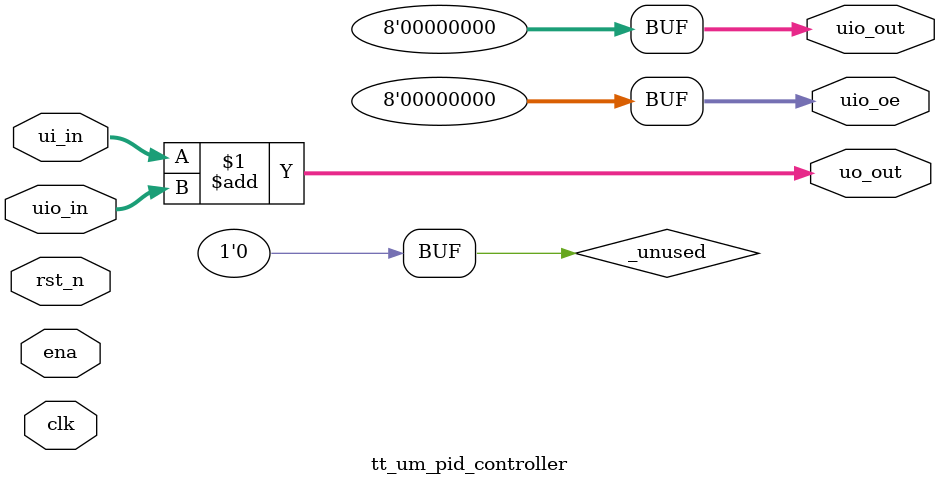
<source format=v>
/*
 * Copyright (c) 2024 Your Name
 * SPDX-License-Identifier: Apache-2.0
 */

`default_nettype none

module tt_um_pid_controller (
    input  wire [7:0] ui_in,    // Dedicated inputs
    output wire [7:0] uo_out,   // Dedicated outputs
    input  wire [7:0] uio_in,   // IOs: Input path
    output wire [7:0] uio_out,  // IOs: Output path
    output wire [7:0] uio_oe,   // IOs: Enable path (active high: 0=input, 1=output)
    input  wire       ena,      // always 1 when the design is powered, so you can ignore it
    input  wire       clk,      // clock
    input  wire       rst_n     // reset_n - low to reset
);

  // All output pins must be assigned. If not used, assign to 0.
  assign uo_out  = ui_in + uio_in;  // Example: ou_out is the sum of ui_in and uio_in
  assign uio_out = 0;
  assign uio_oe  = 0;

  // List all unused inputs to prevent warnings
  wire _unused = &{ena, clk, rst_n, 1'b0};

endmodule

</source>
